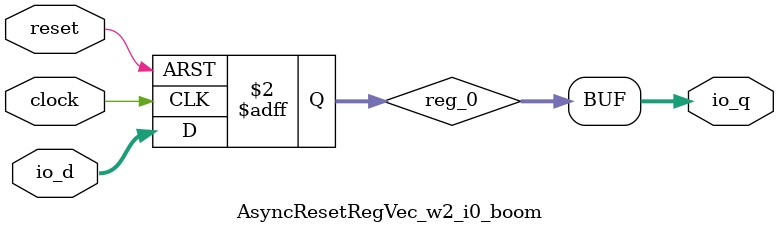
<source format=sv>
`ifndef RANDOMIZE
  `ifdef RANDOMIZE_REG_INIT
    `define RANDOMIZE
  `endif // RANDOMIZE_REG_INIT
`endif // not def RANDOMIZE
`ifndef RANDOMIZE
  `ifdef RANDOMIZE_MEM_INIT
    `define RANDOMIZE
  `endif // RANDOMIZE_MEM_INIT
`endif // not def RANDOMIZE

`ifndef RANDOM
  `define RANDOM $random
`endif // not def RANDOM

// Users can define 'PRINTF_COND' to add an extra gate to prints.
`ifndef PRINTF_COND_
  `ifdef PRINTF_COND
    `define PRINTF_COND_ (`PRINTF_COND)
  `else  // PRINTF_COND
    `define PRINTF_COND_ 1
  `endif // PRINTF_COND
`endif // not def PRINTF_COND_

// Users can define 'ASSERT_VERBOSE_COND' to add an extra gate to assert error printing.
`ifndef ASSERT_VERBOSE_COND_
  `ifdef ASSERT_VERBOSE_COND
    `define ASSERT_VERBOSE_COND_ (`ASSERT_VERBOSE_COND)
  `else  // ASSERT_VERBOSE_COND
    `define ASSERT_VERBOSE_COND_ 1
  `endif // ASSERT_VERBOSE_COND
`endif // not def ASSERT_VERBOSE_COND_

// Users can define 'STOP_COND' to add an extra gate to stop conditions.
`ifndef STOP_COND_
  `ifdef STOP_COND
    `define STOP_COND_ (`STOP_COND)
  `else  // STOP_COND
    `define STOP_COND_ 1
  `endif // STOP_COND
`endif // not def STOP_COND_

// Users can define INIT_RANDOM as general code that gets injected into the
// initializer block for modules with registers.
`ifndef INIT_RANDOM
  `define INIT_RANDOM
`endif // not def INIT_RANDOM

// If using random initialization, you can also define RANDOMIZE_DELAY to
// customize the delay used, otherwise 0.002 is used.
`ifndef RANDOMIZE_DELAY
  `define RANDOMIZE_DELAY 0.002
`endif // not def RANDOMIZE_DELAY

// Define INIT_RANDOM_PROLOG_ for use in our modules below.
`ifndef INIT_RANDOM_PROLOG_
  `ifdef RANDOMIZE
    `ifdef VERILATOR
      `define INIT_RANDOM_PROLOG_ `INIT_RANDOM
    `else  // VERILATOR
      `define INIT_RANDOM_PROLOG_ `INIT_RANDOM #`RANDOMIZE_DELAY begin end
    `endif // VERILATOR
  `else  // RANDOMIZE
    `define INIT_RANDOM_PROLOG_
  `endif // RANDOMIZE
`endif // not def INIT_RANDOM_PROLOG_

module AsyncResetRegVec_w2_i0_boom(
  input        clock,
               reset,
  input  [1:0] io_d,
  output [1:0] io_q
);

  reg [1:0] reg_0;	// @[AsyncResetReg.scala:63:50]
  always @(posedge clock or posedge reset) begin
    if (reset)
      reg_0 <= 2'h0;	// @[AsyncResetReg.scala:63:50]
    else
      reg_0 <= io_d;	// @[AsyncResetReg.scala:63:50]
  end // always @(posedge, posedge)
  `ifndef SYNTHESIS
    `ifdef FIRRTL_BEFORE_INITIAL
      `FIRRTL_BEFORE_INITIAL
    `endif // FIRRTL_BEFORE_INITIAL
    logic [31:0] _RANDOM_0;
    initial begin
      `ifdef INIT_RANDOM_PROLOG_
        `INIT_RANDOM_PROLOG_
      `endif // INIT_RANDOM_PROLOG_
      `ifdef RANDOMIZE_REG_INIT
        _RANDOM_0 = `RANDOM;
        reg_0 = _RANDOM_0[1:0];	// @[AsyncResetReg.scala:63:50]
      `endif // RANDOMIZE_REG_INIT
      `ifdef RANDOMIZE
        if (reset)
          reg_0 = 2'h0;	// @[AsyncResetReg.scala:63:50]
      `endif // RANDOMIZE
    end // initial
    `ifdef FIRRTL_AFTER_INITIAL
      `FIRRTL_AFTER_INITIAL
    `endif // FIRRTL_AFTER_INITIAL
  `endif // not def SYNTHESIS
  assign io_q = reg_0;	// @[AsyncResetReg.scala:63:50]
endmodule


</source>
